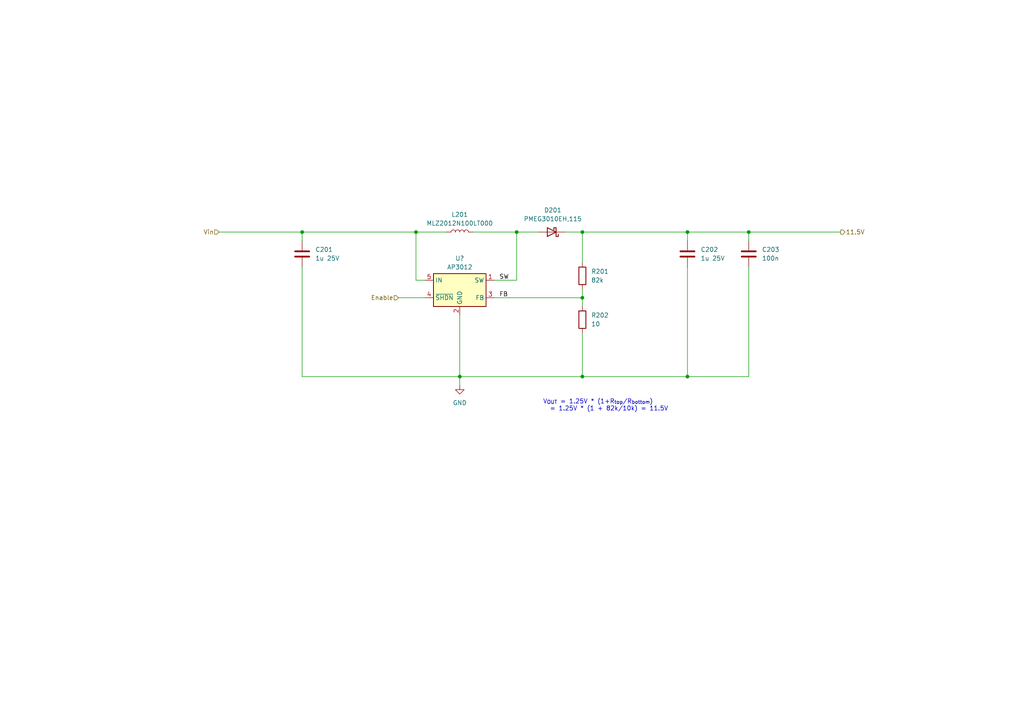
<source format=kicad_sch>
(kicad_sch (version 20230121) (generator eeschema)
  (paper "A4")
  (title_block (title "SSD1332 27pin Breakout") (date "2023-11-14") (rev "v1") (company "Raphael Lehmann"))
  (lib_symbols
    (symbol "Device:C" (pin_numbers hide) (pin_names (offset 0.254))
      (property "Reference" "C" (at 0.635 2.54 0))
      (property "Value" "C" (at 0.635 -2.54 0))
      (symbol "C_0_1"
        (polyline (pts (xy -2.032 -0.762) (xy 2.032 -0.762)) (stroke (width 0.508)))
        (polyline (pts (xy -2.032 0.762) (xy 2.032 0.762)) (stroke (width 0.508)))
      )
      (symbol "C_1_1"
        (pin passive line (at 0 3.81 270) (length 2.794) (name "~") (number "1"))
        (pin passive line (at 0 -3.81 90) (length 2.794) (name "~") (number "2"))
      )
    )
    (symbol "Device:D_Schottky" (pin_numbers hide) (pin_names (offset 1.016) hide)
      (property "Reference" "D" (at 0 2.54 0))
      (property "Value" "D_Schottky" (at 0 -2.54 0))
      (symbol "D_Schottky_0_1"
        (polyline (pts (xy 1.27 0) (xy -1.27 0)))
        (polyline (pts (xy 1.27 1.27) (xy 1.27 -1.27) (xy -1.27 0) (xy 1.27 1.27)) (stroke (width 0.254)))
        (polyline (pts (xy -1.905 0.635) (xy -1.905 1.27) (xy -1.27 1.27) (xy -1.27 -1.27) (xy -0.635 -1.27) (xy -0.635 -0.635)) (stroke (width 0.254)))
      )
      (symbol "D_Schottky_1_1"
        (pin passive line (at -3.81 0 0) (length 2.54) (name "K") (number "1"))
        (pin passive line (at 3.81 0 180) (length 2.54) (name "A") (number "2"))
      )
    )
    (symbol "Device:L" (pin_numbers hide) (pin_names (offset 1.016) hide)
      (property "Reference" "L" (at -1.27 0 90))
      (property "Value" "L" (at 1.905 0 90))
      (symbol "L_0_1"
        (arc (start 0 -2.54) (mid 0.6323 -1.905) (end 0 -1.27))
        (arc (start 0 -1.27) (mid 0.6323 -0.635) (end 0 0))
        (arc (start 0 0) (mid 0.6323 0.635) (end 0 1.27))
        (arc (start 0 1.27) (mid 0.6323 1.905) (end 0 2.54))
      )
      (symbol "L_1_1"
        (pin passive line (at 0 3.81 270) (length 1.27) (name "1") (number "1"))
        (pin passive line (at 0 -3.81 90) (length 1.27) (name "2") (number "2"))
      )
    )
    (symbol "Device:R" (pin_numbers hide) (pin_names (offset 0))
      (property "Reference" "R" (at 2.032 0 90))
      (property "Value" "R" (at 0 0 90))
      (symbol "R_0_1"
        (rectangle (start -1.016 -2.54) (end 1.016 2.54) (stroke (width 0.254)))
      )
      (symbol "R_1_1"
        (pin passive line (at 0 3.81 270) (length 1.27) (name "~") (number "1"))
        (pin passive line (at 0 -3.81 90) (length 1.27) (name "~") (number "2"))
      )
    )
    (symbol "Regulator_Switching:AP3012"
      (property "Reference" "U" (at -7.62 5.715 0))
      (property "Value" "AP3012" (at 0 5.715 0))
      (symbol "AP3012_0_1"
        (rectangle (start -7.62 4.445) (end 7.62 -5.08) (stroke (width 0.254)) (fill (type background)))
      )
      (symbol "AP3012_1_1"
        (pin passive line (at 10.16 2.54 180) (length 2.54) (name "SW") (number "1"))
        (pin power_in line (at 0 -7.62 90) (length 2.54) (name "GND") (number "2"))
        (pin input line (at 10.16 -2.54 180) (length 2.54) (name "FB") (number "3"))
        (pin input line (at -10.16 -2.54 0) (length 2.54) (name "~{SHDN}") (number "4"))
        (pin power_in line (at -10.16 2.54 0) (length 2.54) (name "IN") (number "5"))
      )
    )
    (symbol "power:GND" (power) (pin_names (offset 0))
      (property "Value" "GND" (at 0 -3.81 0))
      (symbol "GND_0_1"
        (polyline (pts (xy 0 0) (xy 0 -1.27) (xy 1.27 -1.27) (xy 0 -2.54) (xy -1.27 -1.27) (xy 0 -1.27)))
      )
      (symbol "GND_1_1"
        (pin power_in line (at 0 0 270) (length 0) hide (name "GND") (number "1"))
      )
    )
  )
  (junction (at 168.91 109.22))
  (junction (at 87.63 67.31))
  (junction (at 217.17 67.31))
  (junction (at 199.39 109.22))
  (junction (at 199.39 67.31))
  (junction (at 133.35 109.22))
  (junction (at 120.65 67.31))
  (junction (at 168.91 67.31))
  (junction (at 168.91 86.36))
  (junction (at 149.86 67.31))
  (wire (pts (xy 149.86 67.31) (xy 156.21 67.31)))
  (wire (pts (xy 133.35 109.22) (xy 133.35 111.76)))
  (wire (pts (xy 129.54 67.31) (xy 120.65 67.31)))
  (wire (pts (xy 217.17 67.31) (xy 243.84 67.31)))
  (wire (pts (xy 87.63 67.31) (xy 87.63 69.85)))
  (wire (pts (xy 137.16 67.31) (xy 149.86 67.31)))
  (wire (pts (xy 217.17 109.22) (xy 199.39 109.22)))
  (wire (pts (xy 63.5 67.31) (xy 87.63 67.31)))
  (wire (pts (xy 87.63 109.22) (xy 87.63 77.47)))
  (wire (pts (xy 217.17 77.47) (xy 217.17 109.22)))
  (wire (pts (xy 133.35 109.22) (xy 133.35 91.44)))
  (wire (pts (xy 120.65 67.31) (xy 87.63 67.31)))
  (wire (pts (xy 163.83 67.31) (xy 168.91 67.31)))
  (wire (pts (xy 168.91 86.36) (xy 168.91 88.9)))
  (wire (pts (xy 199.39 67.31) (xy 217.17 67.31)))
  (wire (pts (xy 199.39 109.22) (xy 168.91 109.22)))
  (wire (pts (xy 168.91 109.22) (xy 133.35 109.22)))
  (wire (pts (xy 133.35 109.22) (xy 87.63 109.22)))
  (wire (pts (xy 168.91 96.52) (xy 168.91 109.22)))
  (wire (pts (xy 199.39 77.47) (xy 199.39 109.22)))
  (wire (pts (xy 217.17 67.31) (xy 217.17 69.85)))
  (wire (pts (xy 143.51 86.36) (xy 168.91 86.36)))
  (wire (pts (xy 123.19 81.28) (xy 120.65 81.28)))
  (wire (pts (xy 149.86 81.28) (xy 149.86 67.31)))
  (wire (pts (xy 199.39 67.31) (xy 199.39 69.85)))
  (wire (pts (xy 168.91 67.31) (xy 168.91 76.2)))
  (wire (pts (xy 115.57 86.36) (xy 123.19 86.36)))
  (wire (pts (xy 120.65 67.31) (xy 120.65 81.28)))
  (wire (pts (xy 168.91 67.31) (xy 199.39 67.31)))
  (wire (pts (xy 168.91 86.36) (xy 168.91 83.82)))
  (wire (pts (xy 143.51 81.28) (xy 149.86 81.28)))
  (text "V_{OUT} = 1.25V * (1+R_{top}/R_{bottom})\n  = 1.25V * (1 + 82k/10k) = 11.5V" (at 157.48 119.38 0) (effects (font (size 1.27 1.27)) (justify left bottom)))
  (label "FB" (at 144.78 86.36 0))
  (label "SW" (at 144.78 81.28 0))
  (hierarchical_label "Enable" (shape input) (at 115.57 86.36 180))
  (hierarchical_label "Vin" (shape input) (at 63.5 67.31 180))
  (hierarchical_label "11.5V" (shape output) (at 243.84 67.31 0))
  (symbol (lib_id "Regulator_Switching:AP3012") (at 133.35 83.82 0) (unit 1)
    (property "Reference" "U?" (at 133.35 74.93 0))
    (property "Value" "AP3012" (at 133.35 77.47 0))
    (property "Footprint" "Package_TO_SOT_SMD:SOT-23-5" (effects hide))
    (property "Datasheet" "https://www.diodes.com/assets/Datasheets/AP3012.pdf" (effects hide))
    (instances (project "ssd1332-27pin-breakout" (path "" (reference "U?") (unit 1)) (path "" (reference "U201") (unit 1))))
  )
  (symbol (lib_id "Device:C") (at 217.17 73.66 0) (unit 1)
    (property "Reference" "C203" (at 220.98 72.39 0) (effects (justify left)))
    (property "Value" "100n" (at 220.98 74.93 0) (effects (justify left)))
    (property "Footprint" "Capacitor_SMD:C_0603_1608Metric" (effects hide))
  )
  (symbol (lib_id "Device:C") (at 199.39 73.66 0) (unit 1)
    (property "Reference" "C202" (at 203.2 72.39 0) (effects (justify left)))
    (property "Value" "1u 25V" (at 203.2 74.93 0) (effects (justify left)))
    (property "Footprint" "Capacitor_SMD:C_0603_1608Metric" (effects hide))
  )
  (symbol (lib_id "Device:R") (at 168.91 80.01 0) (unit 1)
    (property "Reference" "R201" (at 171.45 78.74 0) (effects (justify left)))
    (property "Value" "82k" (at 171.45 81.28 0) (effects (justify left)))
    (property "Footprint" "Resistor_SMD:R_0603_1608Metric" (effects hide))
  )
  (symbol (lib_id "power:GND") (at 133.35 111.76 0) (unit 1)
    (property "Reference" "#PWR0201" (effects hide))
    (property "Value" "GND" (at 133.35 116.84 0))
  )
  (symbol (lib_id "Device:L") (at 133.35 67.31 90) (unit 1)
    (property "Reference" "L201" (at 133.35 62.23 90))
    (property "Value" "MLZ2012N100LT000" (at 133.35 64.77 90))
    (property "Footprint" "Inductor_SMD:L_0805_2012Metric" (effects hide))
  )
  (symbol (lib_id "Device:D_Schottky") (at 160.02 67.31 180) (unit 1)
    (property "Reference" "D201" (at 160.3375 60.96 0))
    (property "Value" "PMEG3010EH,115" (at 160.3375 63.5 0))
    (property "Footprint" "Diode_SMD:D_SOD-123F" (effects hide))
  )
  (symbol (lib_id "Device:R") (at 168.91 92.71 0) (unit 1)
    (property "Reference" "R202" (at 171.45 91.44 0) (effects (justify left)))
    (property "Value" "10" (at 171.45 93.98 0) (effects (justify left)))
    (property "Footprint" "Resistor_SMD:R_0603_1608Metric" (effects hide))
  )
  (symbol (lib_id "Device:C") (at 87.63 73.66 0) (unit 1)
    (property "Reference" "C201" (at 91.44 72.39 0) (effects (justify left)))
    (property "Value" "1u 25V" (at 91.44 74.93 0) (effects (justify left)))
    (property "Footprint" "Capacitor_SMD:C_0603_1608Metric" (effects hide))
  )
)
</source>
